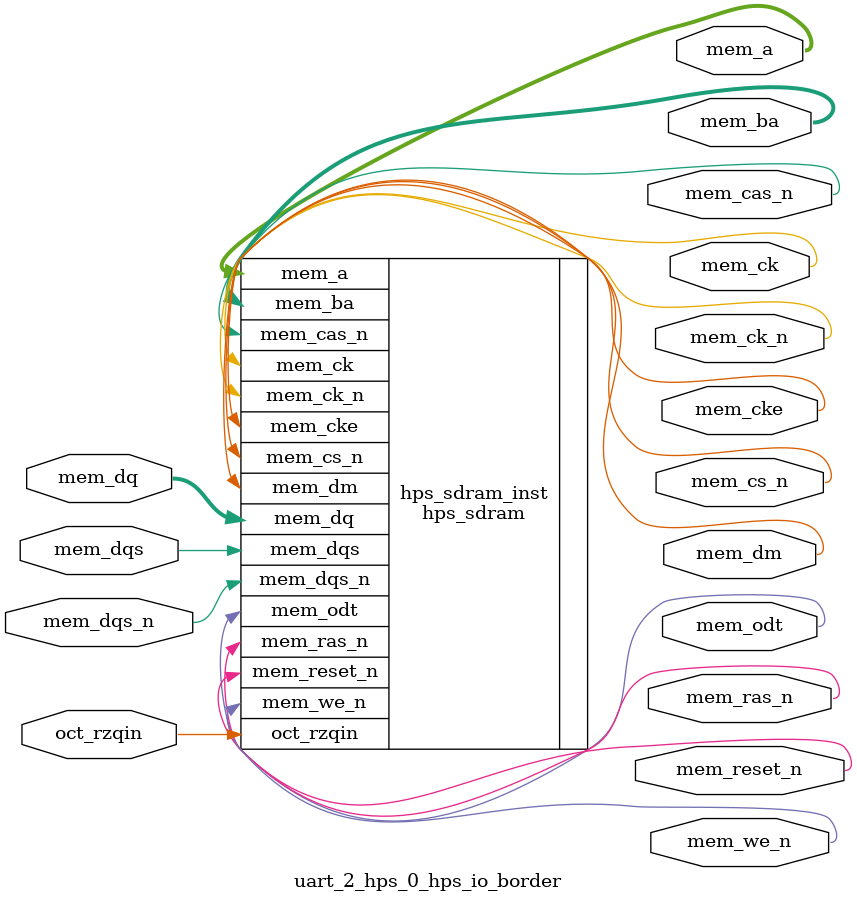
<source format=sv>


module uart_2_hps_0_hps_io_border(
// memory
  output wire [13 - 1 : 0 ] mem_a
 ,output wire [3 - 1 : 0 ] mem_ba
 ,output wire [1 - 1 : 0 ] mem_ck
 ,output wire [1 - 1 : 0 ] mem_ck_n
 ,output wire [1 - 1 : 0 ] mem_cke
 ,output wire [1 - 1 : 0 ] mem_cs_n
 ,output wire [1 - 1 : 0 ] mem_ras_n
 ,output wire [1 - 1 : 0 ] mem_cas_n
 ,output wire [1 - 1 : 0 ] mem_we_n
 ,output wire [1 - 1 : 0 ] mem_reset_n
 ,inout wire [8 - 1 : 0 ] mem_dq
 ,inout wire [1 - 1 : 0 ] mem_dqs
 ,inout wire [1 - 1 : 0 ] mem_dqs_n
 ,output wire [1 - 1 : 0 ] mem_odt
 ,output wire [1 - 1 : 0 ] mem_dm
 ,input wire [1 - 1 : 0 ] oct_rzqin
);


hps_sdram hps_sdram_inst(
 .mem_dq({
    mem_dq[7:0] // 7:0
  })
,.mem_odt({
    mem_odt[0:0] // 0:0
  })
,.mem_ras_n({
    mem_ras_n[0:0] // 0:0
  })
,.mem_dqs_n({
    mem_dqs_n[0:0] // 0:0
  })
,.mem_dqs({
    mem_dqs[0:0] // 0:0
  })
,.mem_dm({
    mem_dm[0:0] // 0:0
  })
,.mem_we_n({
    mem_we_n[0:0] // 0:0
  })
,.mem_cas_n({
    mem_cas_n[0:0] // 0:0
  })
,.mem_ba({
    mem_ba[2:0] // 2:0
  })
,.mem_a({
    mem_a[12:0] // 12:0
  })
,.mem_cs_n({
    mem_cs_n[0:0] // 0:0
  })
,.mem_ck({
    mem_ck[0:0] // 0:0
  })
,.mem_cke({
    mem_cke[0:0] // 0:0
  })
,.oct_rzqin({
    oct_rzqin[0:0] // 0:0
  })
,.mem_reset_n({
    mem_reset_n[0:0] // 0:0
  })
,.mem_ck_n({
    mem_ck_n[0:0] // 0:0
  })
);

endmodule


</source>
